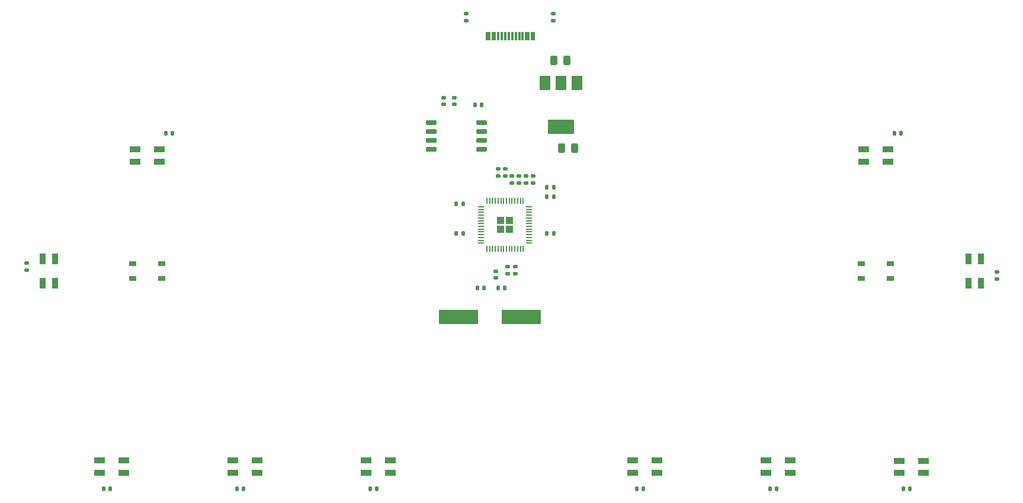
<source format=gbr>
G04 #@! TF.GenerationSoftware,KiCad,Pcbnew,(6.0.5)*
G04 #@! TF.CreationDate,2022-06-09T18:29:16+02:00*
G04 #@! TF.ProjectId,minigeki,6d696e69-6765-46b6-992e-6b696361645f,v3.0*
G04 #@! TF.SameCoordinates,Original*
G04 #@! TF.FileFunction,Paste,Top*
G04 #@! TF.FilePolarity,Positive*
%FSLAX46Y46*%
G04 Gerber Fmt 4.6, Leading zero omitted, Abs format (unit mm)*
G04 Created by KiCad (PCBNEW (6.0.5)) date 2022-06-09 18:29:16*
%MOMM*%
%LPD*%
G01*
G04 APERTURE LIST*
G04 Aperture macros list*
%AMRoundRect*
0 Rectangle with rounded corners*
0 $1 Rounding radius*
0 $2 $3 $4 $5 $6 $7 $8 $9 X,Y pos of 4 corners*
0 Add a 4 corners polygon primitive as box body*
4,1,4,$2,$3,$4,$5,$6,$7,$8,$9,$2,$3,0*
0 Add four circle primitives for the rounded corners*
1,1,$1+$1,$2,$3*
1,1,$1+$1,$4,$5*
1,1,$1+$1,$6,$7*
1,1,$1+$1,$8,$9*
0 Add four rect primitives between the rounded corners*
20,1,$1+$1,$2,$3,$4,$5,0*
20,1,$1+$1,$4,$5,$6,$7,0*
20,1,$1+$1,$6,$7,$8,$9,0*
20,1,$1+$1,$8,$9,$2,$3,0*%
G04 Aperture macros list end*
%ADD10RoundRect,0.243750X-0.243750X-0.456250X0.243750X-0.456250X0.243750X0.456250X-0.243750X0.456250X0*%
%ADD11RoundRect,0.147500X0.172500X-0.147500X0.172500X0.147500X-0.172500X0.147500X-0.172500X-0.147500X0*%
%ADD12RoundRect,0.147500X0.147500X0.172500X-0.147500X0.172500X-0.147500X-0.172500X0.147500X-0.172500X0*%
%ADD13RoundRect,0.147500X-0.172500X0.147500X-0.172500X-0.147500X0.172500X-0.147500X0.172500X0.147500X0*%
%ADD14R,1.500000X2.000000*%
%ADD15R,3.800000X2.000000*%
%ADD16RoundRect,0.150000X-0.650000X-0.150000X0.650000X-0.150000X0.650000X0.150000X-0.650000X0.150000X0*%
%ADD17RoundRect,0.147500X-0.147500X-0.172500X0.147500X-0.172500X0.147500X0.172500X-0.147500X0.172500X0*%
%ADD18RoundRect,0.250000X-0.292217X-0.292217X0.292217X-0.292217X0.292217X0.292217X-0.292217X0.292217X0*%
%ADD19RoundRect,0.050000X-0.387500X-0.050000X0.387500X-0.050000X0.387500X0.050000X-0.387500X0.050000X0*%
%ADD20RoundRect,0.050000X-0.050000X-0.387500X0.050000X-0.387500X0.050000X0.387500X-0.050000X0.387500X0*%
%ADD21R,5.600000X2.100000*%
%ADD22RoundRect,0.140000X0.140000X0.170000X-0.140000X0.170000X-0.140000X-0.170000X0.140000X-0.170000X0*%
%ADD23R,1.600000X0.850000*%
%ADD24RoundRect,0.140000X-0.170000X0.140000X-0.170000X-0.140000X0.170000X-0.140000X0.170000X0.140000X0*%
%ADD25R,1.050000X0.650000*%
%ADD26RoundRect,0.135000X-0.185000X0.135000X-0.185000X-0.135000X0.185000X-0.135000X0.185000X0.135000X0*%
%ADD27R,0.850000X1.600000*%
%ADD28RoundRect,0.140000X-0.140000X-0.170000X0.140000X-0.170000X0.140000X0.170000X-0.140000X0.170000X0*%
%ADD29R,0.300000X1.150000*%
%ADD30RoundRect,0.140000X0.170000X-0.140000X0.170000X0.140000X-0.170000X0.140000X-0.170000X-0.140000X0*%
G04 APERTURE END LIST*
D10*
X156403304Y-73582000D03*
X158278304Y-73582000D03*
D11*
X152315804Y-78582000D03*
X152315804Y-77612000D03*
X151315804Y-78582000D03*
X151315804Y-77612000D03*
D12*
X142315804Y-85782000D03*
X141345804Y-85782000D03*
X144985804Y-67412000D03*
X144015804Y-67412000D03*
D13*
X139561304Y-66412000D03*
X139561304Y-67382000D03*
D14*
X158615804Y-64282000D03*
D15*
X156315804Y-70582000D03*
D14*
X156315804Y-64282000D03*
X154015804Y-64282000D03*
D16*
X137765804Y-69952000D03*
X137765804Y-71222000D03*
X137765804Y-72492000D03*
X137765804Y-73762000D03*
X144965804Y-73762000D03*
X144965804Y-72492000D03*
X144965804Y-71222000D03*
X144965804Y-69952000D03*
D17*
X147315804Y-93582000D03*
X148285804Y-93582000D03*
D11*
X141085304Y-67382000D03*
X141085304Y-66412000D03*
X148315804Y-77582000D03*
X148315804Y-76612000D03*
D17*
X154315804Y-85782000D03*
X155285804Y-85782000D03*
D13*
X148696804Y-90582000D03*
X148696804Y-91552000D03*
X149315804Y-77612000D03*
X149315804Y-78582000D03*
X149815804Y-90582000D03*
X149815804Y-91552000D03*
D10*
X155315804Y-61082000D03*
X157190804Y-61082000D03*
D12*
X142315804Y-81582000D03*
X141345804Y-81582000D03*
D17*
X154315804Y-79182000D03*
X155285804Y-79182000D03*
D18*
X147678304Y-83944500D03*
X148953304Y-83944500D03*
X148953304Y-85219500D03*
X147678304Y-85219500D03*
D19*
X144878304Y-81982000D03*
X144878304Y-82382000D03*
X144878304Y-82782000D03*
X144878304Y-83182000D03*
X144878304Y-83582000D03*
X144878304Y-83982000D03*
X144878304Y-84382000D03*
X144878304Y-84782000D03*
X144878304Y-85182000D03*
X144878304Y-85582000D03*
X144878304Y-85982000D03*
X144878304Y-86382000D03*
X144878304Y-86782000D03*
X144878304Y-87182000D03*
D20*
X145715804Y-88019500D03*
X146115804Y-88019500D03*
X146515804Y-88019500D03*
X146915804Y-88019500D03*
X147315804Y-88019500D03*
X147715804Y-88019500D03*
X148115804Y-88019500D03*
X148515804Y-88019500D03*
X148915804Y-88019500D03*
X149315804Y-88019500D03*
X149715804Y-88019500D03*
X150115804Y-88019500D03*
X150515804Y-88019500D03*
X150915804Y-88019500D03*
D19*
X151753304Y-87182000D03*
X151753304Y-86782000D03*
X151753304Y-86382000D03*
X151753304Y-85982000D03*
X151753304Y-85582000D03*
X151753304Y-85182000D03*
X151753304Y-84782000D03*
X151753304Y-84382000D03*
X151753304Y-83982000D03*
X151753304Y-83582000D03*
X151753304Y-83182000D03*
X151753304Y-82782000D03*
X151753304Y-82382000D03*
X151753304Y-81982000D03*
D20*
X150915804Y-81144500D03*
X150515804Y-81144500D03*
X150115804Y-81144500D03*
X149715804Y-81144500D03*
X149315804Y-81144500D03*
X148915804Y-81144500D03*
X148515804Y-81144500D03*
X148115804Y-81144500D03*
X147715804Y-81144500D03*
X147315804Y-81144500D03*
X146915804Y-81144500D03*
X146515804Y-81144500D03*
X146115804Y-81144500D03*
X145715804Y-81144500D03*
D12*
X145315804Y-93582000D03*
X144345804Y-93582000D03*
D13*
X150315804Y-77612000D03*
X150315804Y-78582000D03*
D11*
X147315804Y-77582000D03*
X147315804Y-76612000D03*
D17*
X154315804Y-80582000D03*
X155285804Y-80582000D03*
D13*
X147015804Y-91212000D03*
X147015804Y-92182000D03*
D21*
X141656804Y-97698000D03*
X150656804Y-97698000D03*
D22*
X110958304Y-122301000D03*
X109998304Y-122301000D03*
X168108304Y-122301000D03*
X167148304Y-122301000D03*
D23*
X131913304Y-120001000D03*
X131913304Y-118251000D03*
X128413304Y-118251000D03*
X128413304Y-120001000D03*
X170013304Y-120001000D03*
X170013304Y-118251000D03*
X166513304Y-118251000D03*
X166513304Y-120001000D03*
D22*
X130008304Y-122301000D03*
X129048304Y-122301000D03*
D24*
X218613304Y-91341000D03*
X218613304Y-92301000D03*
D25*
X199208304Y-90111000D03*
X203358304Y-90111000D03*
X199208304Y-92261000D03*
X203358304Y-92261000D03*
D23*
X199533304Y-73801000D03*
X199533304Y-75551000D03*
X203033304Y-75551000D03*
X203033304Y-73801000D03*
X93813304Y-120001000D03*
X93813304Y-118251000D03*
X90313304Y-118251000D03*
X90313304Y-120001000D03*
D26*
X142747804Y-54417000D03*
X142747804Y-55437000D03*
D23*
X112863304Y-120001000D03*
X112863304Y-118251000D03*
X109363304Y-118251000D03*
X109363304Y-120001000D03*
D27*
X216313304Y-89436000D03*
X214563304Y-89436000D03*
X214563304Y-92936000D03*
X216313304Y-92936000D03*
D28*
X99838304Y-71501000D03*
X100798304Y-71501000D03*
D23*
X208113304Y-120031000D03*
X208113304Y-118281000D03*
X204613304Y-118281000D03*
X204613304Y-120031000D03*
D22*
X206208304Y-122301000D03*
X205248304Y-122301000D03*
D29*
X152447804Y-57579000D03*
X151647804Y-57579000D03*
X150347804Y-57579000D03*
X149347804Y-57579000D03*
X148847804Y-57579000D03*
X147847804Y-57579000D03*
X146547804Y-57579000D03*
X145747804Y-57579000D03*
X146047804Y-57579000D03*
X146847804Y-57579000D03*
X147347804Y-57579000D03*
X148347804Y-57579000D03*
X149847804Y-57579000D03*
X150847804Y-57579000D03*
X151347804Y-57579000D03*
X152147804Y-57579000D03*
D22*
X91908304Y-122301000D03*
X90948304Y-122301000D03*
D30*
X79923304Y-91031000D03*
X79923304Y-90071000D03*
D26*
X155193804Y-54417000D03*
X155193804Y-55437000D03*
D22*
X187158304Y-122301000D03*
X186198304Y-122301000D03*
D23*
X189063304Y-120001000D03*
X189063304Y-118251000D03*
X185563304Y-118251000D03*
X185563304Y-120001000D03*
X95393304Y-73801000D03*
X95393304Y-75551000D03*
X98893304Y-75551000D03*
X98893304Y-73801000D03*
D25*
X99218304Y-90111000D03*
X95068304Y-90111000D03*
X95068304Y-92261000D03*
X99218304Y-92261000D03*
D28*
X203978304Y-71501000D03*
X204938304Y-71501000D03*
D27*
X82223304Y-92936000D03*
X83973304Y-92936000D03*
X83973304Y-89436000D03*
X82223304Y-89436000D03*
M02*

</source>
